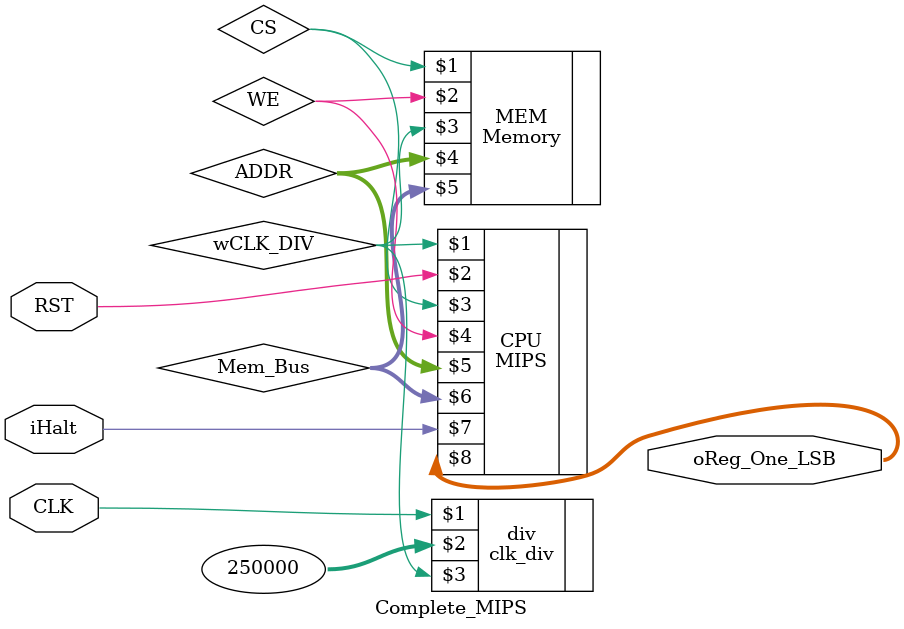
<source format=v>
module Complete_MIPS(CLK, RST, iHalt, oReg_One_LSB);
/* Will need to be modified to add functionality */
    input CLK;
    input RST;
    input iHalt;

    output [7:0] oReg_One_LSB;

    wire CS, WE, wCLK_DIV;
    wire [31:0] ADDR, Mem_Bus;
 
	 clk_div div(CLK, 250000,wCLK_DIV);
    MIPS CPU(wCLK_DIV, RST, CS, WE, ADDR, Mem_Bus, iHalt, oReg_One_LSB);
    Memory MEM(CS, WE, wCLK_DIV, ADDR, Mem_Bus);

endmodule

</source>
